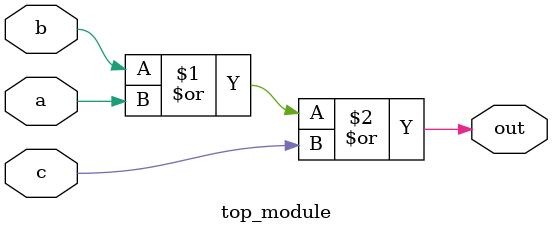
<source format=v>
module top_module(
    input a,
    input b,
    input c,
    output out  ); 

    // assign out = (b | c | a) ; //This is the POS expression where 0 --> uncomplemented (Ex: a) and 1 --> complemented (Ex : ~a)
    
    // assign out = b | (~b & a) | c; //This is the SOP version and it can even further be minimized(Absorption law)to b | a | c 
    assign out = b | a | c;
endmodule

</source>
